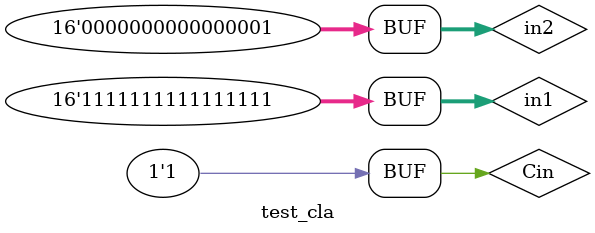
<source format=v>
`timescale 1ns / 1ps


module test_cla;

	// Inputs
	reg [15:0] in1;
	reg [15:0] in2;
	reg Cin;

	// Outputs
	wire [15:0] Sum;
	wire Cout;

	// Instantiate the Unit Under Test (UUT)
	CLA_16 uut (
		.in1(in1), 
		.in2(in2), 
		.Cin(Cin), 
		.Sum(Sum), 
		.Cout(Cout)
	);

	initial begin
		// Initialize Inputs
		in1 = 0;
		in2 = 0;
		Cin = 0;

		// Wait 100 ns for global reset to finish
		#100;
		in1=16'd12;
		in2=16'd156151561;
		Cin=1;
		#50
		in1=16'd12;
		in2=16'd17;
		Cin=0;
		#50
		in1=16'd12;
		in2=16'd1;
		Cin=0;
		#50
		in1=16'd780;
		in2=16'd7800;
		Cin=1;
		#50
		in1=16'd65535;
		in2=16'd1;
		Cin=1;
		
        
		// Add stimulus here

	end
      
endmodule


</source>
